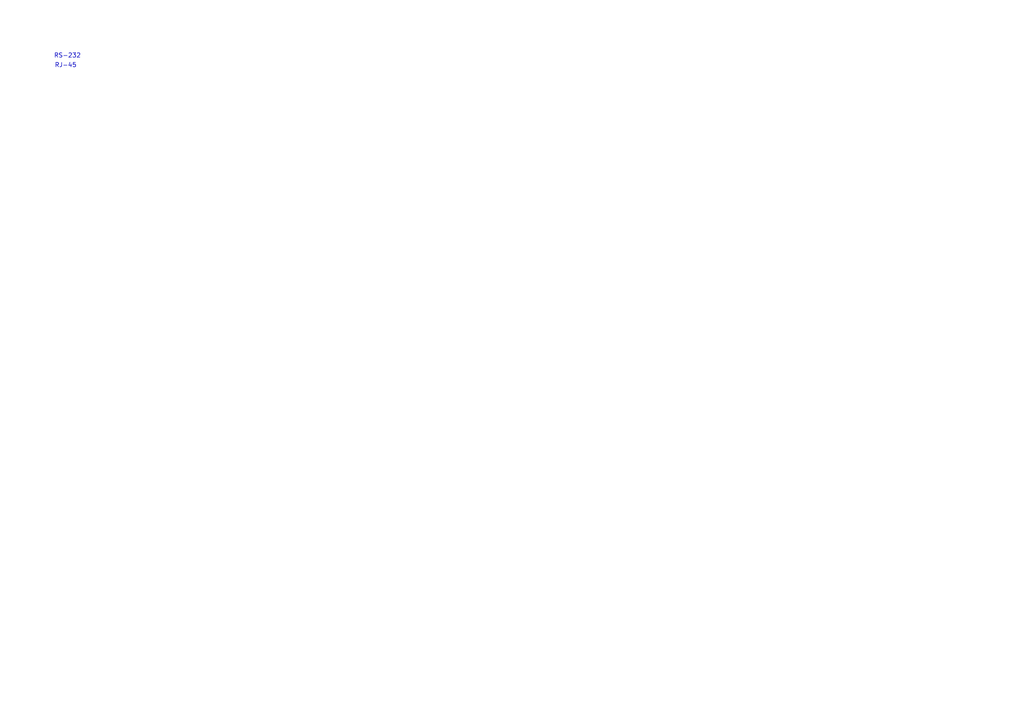
<source format=kicad_sch>
(kicad_sch
	(version 20231120)
	(generator "eeschema")
	(generator_version "8.0")
	(uuid "bbce768d-eeba-461e-9a08-fcc6828e73dd")
	(paper "A4")
	(lib_symbols)
	(text "RS-232"
		(exclude_from_sim no)
		(at 19.558 16.256 0)
		(effects
			(font
				(size 1.27 1.27)
			)
		)
		(uuid "ab14c533-add1-48e0-b262-c923991b3ef5")
	)
	(text "RJ-45"
		(exclude_from_sim no)
		(at 19.05 19.05 0)
		(effects
			(font
				(size 1.27 1.27)
			)
		)
		(uuid "fd9c5bb7-60b3-486d-8dcb-7d0cb7ca52ba")
	)
)

</source>
